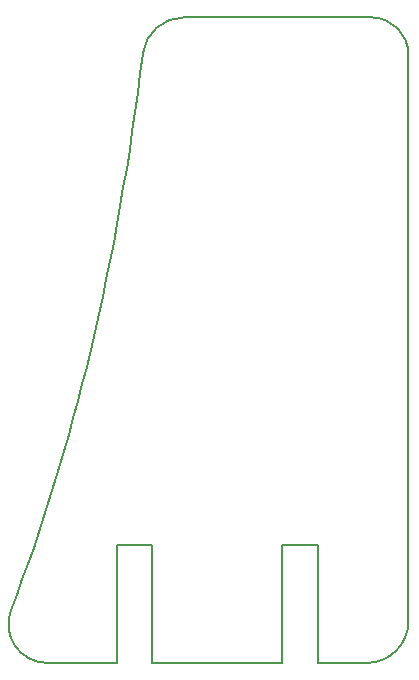
<source format=gbr>
%TF.GenerationSoftware,KiCad,Pcbnew,6.0.11-2627ca5db0~126~ubuntu20.04.1*%
%TF.CreationDate,2023-04-04T23:53:03+02:00*%
%TF.ProjectId,PCB chowndolo,50434220-6368-46f7-976e-646f6c6f2e6b,rev?*%
%TF.SameCoordinates,Original*%
%TF.FileFunction,Profile,NP*%
%FSLAX46Y46*%
G04 Gerber Fmt 4.6, Leading zero omitted, Abs format (unit mm)*
G04 Created by KiCad (PCBNEW 6.0.11-2627ca5db0~126~ubuntu20.04.1) date 2023-04-04 23:53:03*
%MOMM*%
%LPD*%
G01*
G04 APERTURE LIST*
%TA.AperFunction,Profile*%
%ADD10C,0.160000*%
%TD*%
%ADD11C,0.160000*%
G04 APERTURE END LIST*
D10*
X141935291Y-63400000D02*
X126064710Y-63400000D01*
X126064710Y-63399924D02*
G75*
G03*
X122586205Y-66481456I90J-3504176D01*
G01*
X134385447Y-118054839D02*
X134385447Y-108054839D01*
D11*
X122586205Y-66481456D02*
X122380114Y-68133960D01*
X122164808Y-69774817D01*
X121940287Y-71404028D01*
X121706550Y-73021592D01*
X121463598Y-74627509D01*
X121211432Y-76221779D01*
X120950049Y-77804403D01*
X120679452Y-79375380D01*
X120399639Y-80934711D01*
X120110611Y-82482394D01*
X119812368Y-84018431D01*
X119504910Y-85542821D01*
X119188236Y-87055564D01*
X118862347Y-88556661D01*
X118527243Y-90046111D01*
X118182924Y-91523914D01*
X117829389Y-92990070D01*
X117466640Y-94444580D01*
X117094675Y-95887443D01*
X116713494Y-97318659D01*
X116323099Y-98738229D01*
X115923488Y-100146151D01*
X115514662Y-101542427D01*
X115096621Y-102927056D01*
X114669364Y-104300039D01*
X114232893Y-105661375D01*
X113787206Y-107011064D01*
X113332304Y-108349106D01*
X112868186Y-109675501D01*
X112394853Y-110990250D01*
X111912306Y-112293352D01*
X111420543Y-113584808D01*
D10*
X120385447Y-108054839D02*
X123385447Y-108054839D01*
X145068408Y-114544333D02*
X145068408Y-66533117D01*
X134385447Y-108054839D02*
X137385447Y-108054839D01*
X137385447Y-118054839D02*
X141557902Y-118054839D01*
X120385447Y-118054839D02*
X114486332Y-118054839D01*
X123385447Y-108054839D02*
X123385447Y-118054839D01*
X145068400Y-66533117D02*
G75*
G03*
X141935291Y-63400000I-3133100J17D01*
G01*
X111420539Y-113584806D02*
G75*
G03*
X114486332Y-118054839I3065761J-1183694D01*
G01*
X141557902Y-118054808D02*
G75*
G03*
X145068408Y-114544333I-2J3510508D01*
G01*
X120385447Y-108054839D02*
X120385447Y-118054839D01*
X137385447Y-108054839D02*
X137385447Y-118054839D01*
X123385447Y-118054839D02*
X134385447Y-118054839D01*
M02*

</source>
